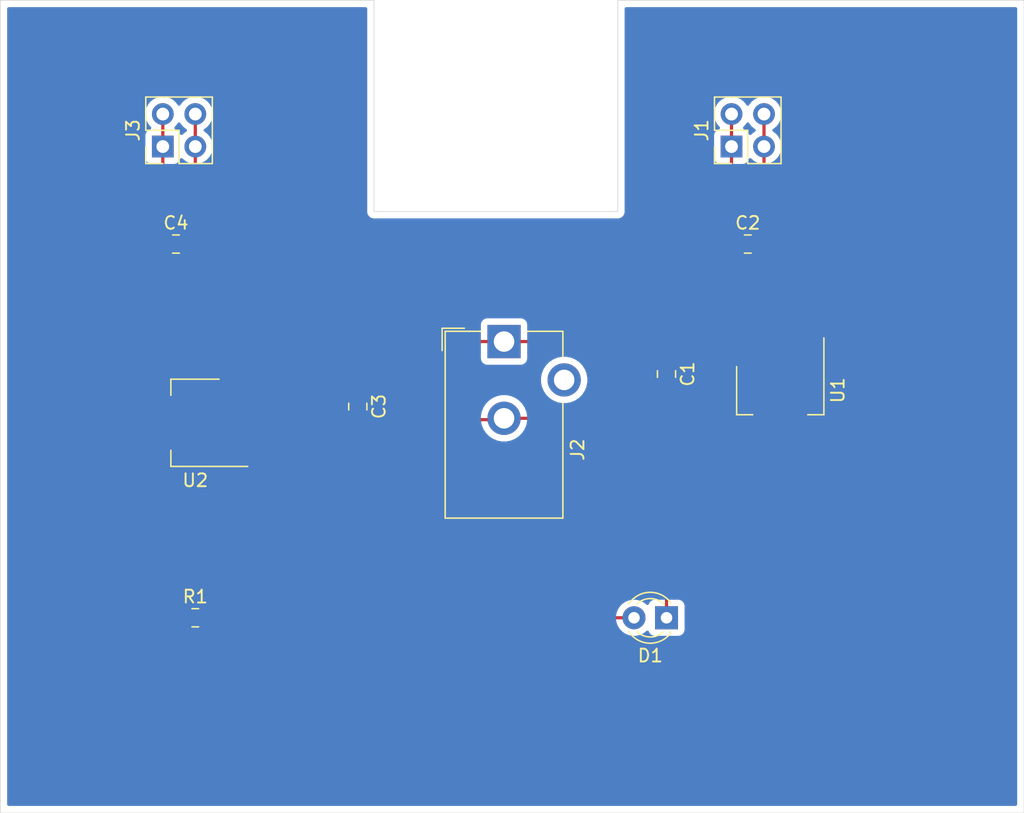
<source format=kicad_pcb>
(kicad_pcb (version 20171130) (host pcbnew 5.1.4+dfsg1-1)

  (general
    (thickness 1.6)
    (drawings 8)
    (tracks 55)
    (zones 0)
    (modules 11)
    (nets 6)
  )

  (page A4)
  (layers
    (0 F.Cu signal)
    (31 B.Cu signal)
    (32 B.Adhes user)
    (33 F.Adhes user)
    (34 B.Paste user)
    (35 F.Paste user)
    (36 B.SilkS user)
    (37 F.SilkS user)
    (38 B.Mask user)
    (39 F.Mask user)
    (40 Dwgs.User user)
    (41 Cmts.User user)
    (42 Eco1.User user)
    (43 Eco2.User user)
    (44 Edge.Cuts user)
    (45 Margin user)
    (46 B.CrtYd user)
    (47 F.CrtYd user)
    (48 B.Fab user)
    (49 F.Fab user)
  )

  (setup
    (last_trace_width 0.25)
    (trace_clearance 0.2)
    (zone_clearance 0.508)
    (zone_45_only no)
    (trace_min 0.2)
    (via_size 0.8)
    (via_drill 0.4)
    (via_min_size 0.4)
    (via_min_drill 0.3)
    (uvia_size 0.3)
    (uvia_drill 0.1)
    (uvias_allowed no)
    (uvia_min_size 0.2)
    (uvia_min_drill 0.1)
    (edge_width 0.05)
    (segment_width 0.2)
    (pcb_text_width 0.3)
    (pcb_text_size 1.5 1.5)
    (mod_edge_width 0.12)
    (mod_text_size 1 1)
    (mod_text_width 0.15)
    (pad_size 1.524 1.524)
    (pad_drill 0.762)
    (pad_to_mask_clearance 0.051)
    (solder_mask_min_width 0.25)
    (aux_axis_origin 0 0)
    (visible_elements FFFFFF7F)
    (pcbplotparams
      (layerselection 0x010fc_ffffffff)
      (usegerberextensions false)
      (usegerberattributes false)
      (usegerberadvancedattributes false)
      (creategerberjobfile false)
      (excludeedgelayer true)
      (linewidth 0.100000)
      (plotframeref false)
      (viasonmask false)
      (mode 1)
      (useauxorigin false)
      (hpglpennumber 1)
      (hpglpenspeed 20)
      (hpglpendiameter 15.000000)
      (psnegative false)
      (psa4output false)
      (plotreference true)
      (plotvalue true)
      (plotinvisibletext false)
      (padsonsilk false)
      (subtractmaskfromsilk false)
      (outputformat 1)
      (mirror false)
      (drillshape 1)
      (scaleselection 1)
      (outputdirectory ""))
  )

  (net 0 "")
  (net 1 "Net-(C1-Pad1)")
  (net 2 GND)
  (net 3 "Net-(C2-Pad1)")
  (net 4 "Net-(C4-Pad1)")
  (net 5 "Net-(D1-Pad2)")

  (net_class Default "This is the default net class."
    (clearance 0.2)
    (trace_width 0.25)
    (via_dia 0.8)
    (via_drill 0.4)
    (uvia_dia 0.3)
    (uvia_drill 0.1)
    (add_net GND)
    (add_net "Net-(C1-Pad1)")
    (add_net "Net-(C2-Pad1)")
    (add_net "Net-(C4-Pad1)")
    (add_net "Net-(D1-Pad2)")
  )

  (module Capacitor_SMD:C_0805_2012Metric_Pad1.15x1.40mm_HandSolder (layer F.Cu) (tedit 5B36C52B) (tstamp 5E3D8729)
    (at 99.06 50.8 270)
    (descr "Capacitor SMD 0805 (2012 Metric), square (rectangular) end terminal, IPC_7351 nominal with elongated pad for handsoldering. (Body size source: https://docs.google.com/spreadsheets/d/1BsfQQcO9C6DZCsRaXUlFlo91Tg2WpOkGARC1WS5S8t0/edit?usp=sharing), generated with kicad-footprint-generator")
    (tags "capacitor handsolder")
    (path /5E346A72)
    (attr smd)
    (fp_text reference C1 (at 0 -1.65 90) (layer F.SilkS)
      (effects (font (size 1 1) (thickness 0.15)))
    )
    (fp_text value 10uf (at 0 1.65 90) (layer F.Fab)
      (effects (font (size 1 1) (thickness 0.15)))
    )
    (fp_line (start -1 0.6) (end -1 -0.6) (layer F.Fab) (width 0.1))
    (fp_line (start -1 -0.6) (end 1 -0.6) (layer F.Fab) (width 0.1))
    (fp_line (start 1 -0.6) (end 1 0.6) (layer F.Fab) (width 0.1))
    (fp_line (start 1 0.6) (end -1 0.6) (layer F.Fab) (width 0.1))
    (fp_line (start -0.261252 -0.71) (end 0.261252 -0.71) (layer F.SilkS) (width 0.12))
    (fp_line (start -0.261252 0.71) (end 0.261252 0.71) (layer F.SilkS) (width 0.12))
    (fp_line (start -1.85 0.95) (end -1.85 -0.95) (layer F.CrtYd) (width 0.05))
    (fp_line (start -1.85 -0.95) (end 1.85 -0.95) (layer F.CrtYd) (width 0.05))
    (fp_line (start 1.85 -0.95) (end 1.85 0.95) (layer F.CrtYd) (width 0.05))
    (fp_line (start 1.85 0.95) (end -1.85 0.95) (layer F.CrtYd) (width 0.05))
    (fp_text user %R (at 0 0 90) (layer F.Fab)
      (effects (font (size 0.5 0.5) (thickness 0.08)))
    )
    (pad 1 smd roundrect (at -1.025 0 270) (size 1.15 1.4) (layers F.Cu F.Paste F.Mask) (roundrect_rratio 0.217391)
      (net 1 "Net-(C1-Pad1)"))
    (pad 2 smd roundrect (at 1.025 0 270) (size 1.15 1.4) (layers F.Cu F.Paste F.Mask) (roundrect_rratio 0.217391)
      (net 2 GND))
    (model ${KISYS3DMOD}/Capacitor_SMD.3dshapes/C_0805_2012Metric.wrl
      (at (xyz 0 0 0))
      (scale (xyz 1 1 1))
      (rotate (xyz 0 0 0))
    )
  )

  (module Capacitor_SMD:C_0805_2012Metric_Pad1.15x1.40mm_HandSolder (layer F.Cu) (tedit 5B36C52B) (tstamp 5E3D873A)
    (at 105.41 40.64)
    (descr "Capacitor SMD 0805 (2012 Metric), square (rectangular) end terminal, IPC_7351 nominal with elongated pad for handsoldering. (Body size source: https://docs.google.com/spreadsheets/d/1BsfQQcO9C6DZCsRaXUlFlo91Tg2WpOkGARC1WS5S8t0/edit?usp=sharing), generated with kicad-footprint-generator")
    (tags "capacitor handsolder")
    (path /5E346E4F)
    (attr smd)
    (fp_text reference C2 (at 0 -1.65) (layer F.SilkS)
      (effects (font (size 1 1) (thickness 0.15)))
    )
    (fp_text value 22uf (at 0 1.65) (layer F.Fab)
      (effects (font (size 1 1) (thickness 0.15)))
    )
    (fp_text user %R (at 0 0) (layer F.Fab)
      (effects (font (size 0.5 0.5) (thickness 0.08)))
    )
    (fp_line (start 1.85 0.95) (end -1.85 0.95) (layer F.CrtYd) (width 0.05))
    (fp_line (start 1.85 -0.95) (end 1.85 0.95) (layer F.CrtYd) (width 0.05))
    (fp_line (start -1.85 -0.95) (end 1.85 -0.95) (layer F.CrtYd) (width 0.05))
    (fp_line (start -1.85 0.95) (end -1.85 -0.95) (layer F.CrtYd) (width 0.05))
    (fp_line (start -0.261252 0.71) (end 0.261252 0.71) (layer F.SilkS) (width 0.12))
    (fp_line (start -0.261252 -0.71) (end 0.261252 -0.71) (layer F.SilkS) (width 0.12))
    (fp_line (start 1 0.6) (end -1 0.6) (layer F.Fab) (width 0.1))
    (fp_line (start 1 -0.6) (end 1 0.6) (layer F.Fab) (width 0.1))
    (fp_line (start -1 -0.6) (end 1 -0.6) (layer F.Fab) (width 0.1))
    (fp_line (start -1 0.6) (end -1 -0.6) (layer F.Fab) (width 0.1))
    (pad 2 smd roundrect (at 1.025 0) (size 1.15 1.4) (layers F.Cu F.Paste F.Mask) (roundrect_rratio 0.217391)
      (net 2 GND))
    (pad 1 smd roundrect (at -1.025 0) (size 1.15 1.4) (layers F.Cu F.Paste F.Mask) (roundrect_rratio 0.217391)
      (net 3 "Net-(C2-Pad1)"))
    (model ${KISYS3DMOD}/Capacitor_SMD.3dshapes/C_0805_2012Metric.wrl
      (at (xyz 0 0 0))
      (scale (xyz 1 1 1))
      (rotate (xyz 0 0 0))
    )
  )

  (module Capacitor_SMD:C_0805_2012Metric_Pad1.15x1.40mm_HandSolder (layer F.Cu) (tedit 5B36C52B) (tstamp 5E3D874B)
    (at 74.93 53.34 270)
    (descr "Capacitor SMD 0805 (2012 Metric), square (rectangular) end terminal, IPC_7351 nominal with elongated pad for handsoldering. (Body size source: https://docs.google.com/spreadsheets/d/1BsfQQcO9C6DZCsRaXUlFlo91Tg2WpOkGARC1WS5S8t0/edit?usp=sharing), generated with kicad-footprint-generator")
    (tags "capacitor handsolder")
    (path /5E35EE23)
    (attr smd)
    (fp_text reference C3 (at 0 -1.65 90) (layer F.SilkS)
      (effects (font (size 1 1) (thickness 0.15)))
    )
    (fp_text value 10uf (at 0 1.65 90) (layer F.Fab)
      (effects (font (size 1 1) (thickness 0.15)))
    )
    (fp_line (start -1 0.6) (end -1 -0.6) (layer F.Fab) (width 0.1))
    (fp_line (start -1 -0.6) (end 1 -0.6) (layer F.Fab) (width 0.1))
    (fp_line (start 1 -0.6) (end 1 0.6) (layer F.Fab) (width 0.1))
    (fp_line (start 1 0.6) (end -1 0.6) (layer F.Fab) (width 0.1))
    (fp_line (start -0.261252 -0.71) (end 0.261252 -0.71) (layer F.SilkS) (width 0.12))
    (fp_line (start -0.261252 0.71) (end 0.261252 0.71) (layer F.SilkS) (width 0.12))
    (fp_line (start -1.85 0.95) (end -1.85 -0.95) (layer F.CrtYd) (width 0.05))
    (fp_line (start -1.85 -0.95) (end 1.85 -0.95) (layer F.CrtYd) (width 0.05))
    (fp_line (start 1.85 -0.95) (end 1.85 0.95) (layer F.CrtYd) (width 0.05))
    (fp_line (start 1.85 0.95) (end -1.85 0.95) (layer F.CrtYd) (width 0.05))
    (fp_text user %R (at 0 0 90) (layer F.Fab)
      (effects (font (size 0.5 0.5) (thickness 0.08)))
    )
    (pad 1 smd roundrect (at -1.025 0 270) (size 1.15 1.4) (layers F.Cu F.Paste F.Mask) (roundrect_rratio 0.217391)
      (net 1 "Net-(C1-Pad1)"))
    (pad 2 smd roundrect (at 1.025 0 270) (size 1.15 1.4) (layers F.Cu F.Paste F.Mask) (roundrect_rratio 0.217391)
      (net 2 GND))
    (model ${KISYS3DMOD}/Capacitor_SMD.3dshapes/C_0805_2012Metric.wrl
      (at (xyz 0 0 0))
      (scale (xyz 1 1 1))
      (rotate (xyz 0 0 0))
    )
  )

  (module Capacitor_SMD:C_0805_2012Metric_Pad1.15x1.40mm_HandSolder (layer F.Cu) (tedit 5B36C52B) (tstamp 5E3D875C)
    (at 60.715 40.64)
    (descr "Capacitor SMD 0805 (2012 Metric), square (rectangular) end terminal, IPC_7351 nominal with elongated pad for handsoldering. (Body size source: https://docs.google.com/spreadsheets/d/1BsfQQcO9C6DZCsRaXUlFlo91Tg2WpOkGARC1WS5S8t0/edit?usp=sharing), generated with kicad-footprint-generator")
    (tags "capacitor handsolder")
    (path /5E35EE2D)
    (attr smd)
    (fp_text reference C4 (at 0 -1.65) (layer F.SilkS)
      (effects (font (size 1 1) (thickness 0.15)))
    )
    (fp_text value 22uf (at 0 1.65) (layer F.Fab)
      (effects (font (size 1 1) (thickness 0.15)))
    )
    (fp_text user %R (at 0 0) (layer F.Fab)
      (effects (font (size 0.5 0.5) (thickness 0.08)))
    )
    (fp_line (start 1.85 0.95) (end -1.85 0.95) (layer F.CrtYd) (width 0.05))
    (fp_line (start 1.85 -0.95) (end 1.85 0.95) (layer F.CrtYd) (width 0.05))
    (fp_line (start -1.85 -0.95) (end 1.85 -0.95) (layer F.CrtYd) (width 0.05))
    (fp_line (start -1.85 0.95) (end -1.85 -0.95) (layer F.CrtYd) (width 0.05))
    (fp_line (start -0.261252 0.71) (end 0.261252 0.71) (layer F.SilkS) (width 0.12))
    (fp_line (start -0.261252 -0.71) (end 0.261252 -0.71) (layer F.SilkS) (width 0.12))
    (fp_line (start 1 0.6) (end -1 0.6) (layer F.Fab) (width 0.1))
    (fp_line (start 1 -0.6) (end 1 0.6) (layer F.Fab) (width 0.1))
    (fp_line (start -1 -0.6) (end 1 -0.6) (layer F.Fab) (width 0.1))
    (fp_line (start -1 0.6) (end -1 -0.6) (layer F.Fab) (width 0.1))
    (pad 2 smd roundrect (at 1.025 0) (size 1.15 1.4) (layers F.Cu F.Paste F.Mask) (roundrect_rratio 0.217391)
      (net 2 GND))
    (pad 1 smd roundrect (at -1.025 0) (size 1.15 1.4) (layers F.Cu F.Paste F.Mask) (roundrect_rratio 0.217391)
      (net 4 "Net-(C4-Pad1)"))
    (model ${KISYS3DMOD}/Capacitor_SMD.3dshapes/C_0805_2012Metric.wrl
      (at (xyz 0 0 0))
      (scale (xyz 1 1 1))
      (rotate (xyz 0 0 0))
    )
  )

  (module LED_THT:LED_D3.0mm (layer F.Cu) (tedit 587A3A7B) (tstamp 5E3D876F)
    (at 99.06 69.85 180)
    (descr "LED, diameter 3.0mm, 2 pins")
    (tags "LED diameter 3.0mm 2 pins")
    (path /5E374758)
    (fp_text reference D1 (at 1.27 -2.96) (layer F.SilkS)
      (effects (font (size 1 1) (thickness 0.15)))
    )
    (fp_text value LED (at 1.27 2.96) (layer F.Fab)
      (effects (font (size 1 1) (thickness 0.15)))
    )
    (fp_arc (start 1.27 0) (end -0.23 -1.16619) (angle 284.3) (layer F.Fab) (width 0.1))
    (fp_arc (start 1.27 0) (end -0.29 -1.235516) (angle 108.8) (layer F.SilkS) (width 0.12))
    (fp_arc (start 1.27 0) (end -0.29 1.235516) (angle -108.8) (layer F.SilkS) (width 0.12))
    (fp_arc (start 1.27 0) (end 0.229039 -1.08) (angle 87.9) (layer F.SilkS) (width 0.12))
    (fp_arc (start 1.27 0) (end 0.229039 1.08) (angle -87.9) (layer F.SilkS) (width 0.12))
    (fp_circle (center 1.27 0) (end 2.77 0) (layer F.Fab) (width 0.1))
    (fp_line (start -0.23 -1.16619) (end -0.23 1.16619) (layer F.Fab) (width 0.1))
    (fp_line (start -0.29 -1.236) (end -0.29 -1.08) (layer F.SilkS) (width 0.12))
    (fp_line (start -0.29 1.08) (end -0.29 1.236) (layer F.SilkS) (width 0.12))
    (fp_line (start -1.15 -2.25) (end -1.15 2.25) (layer F.CrtYd) (width 0.05))
    (fp_line (start -1.15 2.25) (end 3.7 2.25) (layer F.CrtYd) (width 0.05))
    (fp_line (start 3.7 2.25) (end 3.7 -2.25) (layer F.CrtYd) (width 0.05))
    (fp_line (start 3.7 -2.25) (end -1.15 -2.25) (layer F.CrtYd) (width 0.05))
    (pad 1 thru_hole rect (at 0 0 180) (size 1.8 1.8) (drill 0.9) (layers *.Cu *.Mask)
      (net 2 GND))
    (pad 2 thru_hole circle (at 2.54 0 180) (size 1.8 1.8) (drill 0.9) (layers *.Cu *.Mask)
      (net 5 "Net-(D1-Pad2)"))
    (model ${KISYS3DMOD}/LED_THT.3dshapes/LED_D3.0mm.wrl
      (at (xyz 0 0 0))
      (scale (xyz 1 1 1))
      (rotate (xyz 0 0 0))
    )
  )

  (module Connector_PinHeader_2.54mm:PinHeader_2x02_P2.54mm_Vertical (layer F.Cu) (tedit 59FED5CC) (tstamp 5E3D8789)
    (at 104.14 33.02 90)
    (descr "Through hole straight pin header, 2x02, 2.54mm pitch, double rows")
    (tags "Through hole pin header THT 2x02 2.54mm double row")
    (path /5E3830BD)
    (fp_text reference J1 (at 1.27 -2.33 90) (layer F.SilkS)
      (effects (font (size 1 1) (thickness 0.15)))
    )
    (fp_text value Conn_02x02_Odd_Even (at 1.27 4.87 90) (layer F.Fab)
      (effects (font (size 1 1) (thickness 0.15)))
    )
    (fp_line (start 0 -1.27) (end 3.81 -1.27) (layer F.Fab) (width 0.1))
    (fp_line (start 3.81 -1.27) (end 3.81 3.81) (layer F.Fab) (width 0.1))
    (fp_line (start 3.81 3.81) (end -1.27 3.81) (layer F.Fab) (width 0.1))
    (fp_line (start -1.27 3.81) (end -1.27 0) (layer F.Fab) (width 0.1))
    (fp_line (start -1.27 0) (end 0 -1.27) (layer F.Fab) (width 0.1))
    (fp_line (start -1.33 3.87) (end 3.87 3.87) (layer F.SilkS) (width 0.12))
    (fp_line (start -1.33 1.27) (end -1.33 3.87) (layer F.SilkS) (width 0.12))
    (fp_line (start 3.87 -1.33) (end 3.87 3.87) (layer F.SilkS) (width 0.12))
    (fp_line (start -1.33 1.27) (end 1.27 1.27) (layer F.SilkS) (width 0.12))
    (fp_line (start 1.27 1.27) (end 1.27 -1.33) (layer F.SilkS) (width 0.12))
    (fp_line (start 1.27 -1.33) (end 3.87 -1.33) (layer F.SilkS) (width 0.12))
    (fp_line (start -1.33 0) (end -1.33 -1.33) (layer F.SilkS) (width 0.12))
    (fp_line (start -1.33 -1.33) (end 0 -1.33) (layer F.SilkS) (width 0.12))
    (fp_line (start -1.8 -1.8) (end -1.8 4.35) (layer F.CrtYd) (width 0.05))
    (fp_line (start -1.8 4.35) (end 4.35 4.35) (layer F.CrtYd) (width 0.05))
    (fp_line (start 4.35 4.35) (end 4.35 -1.8) (layer F.CrtYd) (width 0.05))
    (fp_line (start 4.35 -1.8) (end -1.8 -1.8) (layer F.CrtYd) (width 0.05))
    (fp_text user %R (at 1.27 1.27) (layer F.Fab)
      (effects (font (size 1 1) (thickness 0.15)))
    )
    (pad 1 thru_hole rect (at 0 0 90) (size 1.7 1.7) (drill 1) (layers *.Cu *.Mask)
      (net 3 "Net-(C2-Pad1)"))
    (pad 2 thru_hole oval (at 2.54 0 90) (size 1.7 1.7) (drill 1) (layers *.Cu *.Mask)
      (net 3 "Net-(C2-Pad1)"))
    (pad 3 thru_hole oval (at 0 2.54 90) (size 1.7 1.7) (drill 1) (layers *.Cu *.Mask)
      (net 2 GND))
    (pad 4 thru_hole oval (at 2.54 2.54 90) (size 1.7 1.7) (drill 1) (layers *.Cu *.Mask)
      (net 2 GND))
    (model ${KISYS3DMOD}/Connector_PinHeader_2.54mm.3dshapes/PinHeader_2x02_P2.54mm_Vertical.wrl
      (at (xyz 0 0 0))
      (scale (xyz 1 1 1))
      (rotate (xyz 0 0 0))
    )
  )

  (module Connector_BarrelJack:BarrelJack_CUI_PJ-102AH_Horizontal (layer F.Cu) (tedit 5A1DBF38) (tstamp 5E3D87AB)
    (at 86.36 48.26)
    (descr "Thin-pin DC Barrel Jack, https://cdn-shop.adafruit.com/datasheets/21mmdcjackDatasheet.pdf")
    (tags "Power Jack")
    (path /5E34633F)
    (fp_text reference J2 (at 5.75 8.45 90) (layer F.SilkS)
      (effects (font (size 1 1) (thickness 0.15)))
    )
    (fp_text value Barrel_Jack (at -5.5 6.2 90) (layer F.Fab)
      (effects (font (size 1 1) (thickness 0.15)))
    )
    (fp_text user %R (at 0 6.5) (layer F.Fab)
      (effects (font (size 1 1) (thickness 0.15)))
    )
    (fp_line (start 1.8 -1.8) (end 1.8 -1.2) (layer F.CrtYd) (width 0.05))
    (fp_line (start 1.8 -1.2) (end 5 -1.2) (layer F.CrtYd) (width 0.05))
    (fp_line (start 5 -1.2) (end 5 1.2) (layer F.CrtYd) (width 0.05))
    (fp_line (start 5 1.2) (end 6.5 1.2) (layer F.CrtYd) (width 0.05))
    (fp_line (start 6.5 1.2) (end 6.5 4.8) (layer F.CrtYd) (width 0.05))
    (fp_line (start 6.5 4.8) (end 5 4.8) (layer F.CrtYd) (width 0.05))
    (fp_line (start 5 4.8) (end 5 14.2) (layer F.CrtYd) (width 0.05))
    (fp_line (start 5 14.2) (end -5 14.2) (layer F.CrtYd) (width 0.05))
    (fp_line (start -5 14.2) (end -5 -1.2) (layer F.CrtYd) (width 0.05))
    (fp_line (start -5 -1.2) (end -1.8 -1.2) (layer F.CrtYd) (width 0.05))
    (fp_line (start -1.8 -1.2) (end -1.8 -1.8) (layer F.CrtYd) (width 0.05))
    (fp_line (start -1.8 -1.8) (end 1.8 -1.8) (layer F.CrtYd) (width 0.05))
    (fp_line (start 4.6 4.8) (end 4.6 13.8) (layer F.SilkS) (width 0.12))
    (fp_line (start 4.6 13.8) (end -4.6 13.8) (layer F.SilkS) (width 0.12))
    (fp_line (start -4.6 13.8) (end -4.6 -0.8) (layer F.SilkS) (width 0.12))
    (fp_line (start -4.6 -0.8) (end -1.8 -0.8) (layer F.SilkS) (width 0.12))
    (fp_line (start 1.8 -0.8) (end 4.6 -0.8) (layer F.SilkS) (width 0.12))
    (fp_line (start 4.6 -0.8) (end 4.6 1.2) (layer F.SilkS) (width 0.12))
    (fp_line (start -4.84 0.7) (end -4.84 -1.04) (layer F.SilkS) (width 0.12))
    (fp_line (start -4.84 -1.04) (end -3.1 -1.04) (layer F.SilkS) (width 0.12))
    (fp_line (start 4.5 -0.7) (end 4.5 13.7) (layer F.Fab) (width 0.1))
    (fp_line (start 4.5 13.7) (end -4.5 13.7) (layer F.Fab) (width 0.1))
    (fp_line (start -4.5 13.7) (end -4.5 0.3) (layer F.Fab) (width 0.1))
    (fp_line (start -4.5 0.3) (end -3.5 -0.7) (layer F.Fab) (width 0.1))
    (fp_line (start -3.5 -0.7) (end 4.5 -0.7) (layer F.Fab) (width 0.1))
    (fp_line (start -4.5 10.2) (end 4.5 10.2) (layer F.Fab) (width 0.1))
    (pad 1 thru_hole rect (at 0 0) (size 2.6 2.6) (drill 1.6) (layers *.Cu *.Mask)
      (net 1 "Net-(C1-Pad1)"))
    (pad 2 thru_hole circle (at 0 6) (size 2.6 2.6) (drill 1.6) (layers *.Cu *.Mask)
      (net 2 GND))
    (pad 3 thru_hole circle (at 4.7 3) (size 2.6 2.6) (drill 1.6) (layers *.Cu *.Mask))
    (model ${KISYS3DMOD}/Connector_BarrelJack.3dshapes/BarrelJack_CUI_PJ-102AH_Horizontal.wrl
      (at (xyz 0 0 0))
      (scale (xyz 1 1 1))
      (rotate (xyz 0 0 0))
    )
  )

  (module Connector_PinHeader_2.54mm:PinHeader_2x02_P2.54mm_Vertical (layer F.Cu) (tedit 59FED5CC) (tstamp 5E3D87C5)
    (at 59.69 33.02 90)
    (descr "Through hole straight pin header, 2x02, 2.54mm pitch, double rows")
    (tags "Through hole pin header THT 2x02 2.54mm double row")
    (path /5E38906C)
    (fp_text reference J3 (at 1.27 -2.33 90) (layer F.SilkS)
      (effects (font (size 1 1) (thickness 0.15)))
    )
    (fp_text value Conn_02x02_Odd_Even (at 1.27 4.87 90) (layer F.Fab)
      (effects (font (size 1 1) (thickness 0.15)))
    )
    (fp_text user %R (at 1.27 1.27) (layer F.Fab)
      (effects (font (size 1 1) (thickness 0.15)))
    )
    (fp_line (start 4.35 -1.8) (end -1.8 -1.8) (layer F.CrtYd) (width 0.05))
    (fp_line (start 4.35 4.35) (end 4.35 -1.8) (layer F.CrtYd) (width 0.05))
    (fp_line (start -1.8 4.35) (end 4.35 4.35) (layer F.CrtYd) (width 0.05))
    (fp_line (start -1.8 -1.8) (end -1.8 4.35) (layer F.CrtYd) (width 0.05))
    (fp_line (start -1.33 -1.33) (end 0 -1.33) (layer F.SilkS) (width 0.12))
    (fp_line (start -1.33 0) (end -1.33 -1.33) (layer F.SilkS) (width 0.12))
    (fp_line (start 1.27 -1.33) (end 3.87 -1.33) (layer F.SilkS) (width 0.12))
    (fp_line (start 1.27 1.27) (end 1.27 -1.33) (layer F.SilkS) (width 0.12))
    (fp_line (start -1.33 1.27) (end 1.27 1.27) (layer F.SilkS) (width 0.12))
    (fp_line (start 3.87 -1.33) (end 3.87 3.87) (layer F.SilkS) (width 0.12))
    (fp_line (start -1.33 1.27) (end -1.33 3.87) (layer F.SilkS) (width 0.12))
    (fp_line (start -1.33 3.87) (end 3.87 3.87) (layer F.SilkS) (width 0.12))
    (fp_line (start -1.27 0) (end 0 -1.27) (layer F.Fab) (width 0.1))
    (fp_line (start -1.27 3.81) (end -1.27 0) (layer F.Fab) (width 0.1))
    (fp_line (start 3.81 3.81) (end -1.27 3.81) (layer F.Fab) (width 0.1))
    (fp_line (start 3.81 -1.27) (end 3.81 3.81) (layer F.Fab) (width 0.1))
    (fp_line (start 0 -1.27) (end 3.81 -1.27) (layer F.Fab) (width 0.1))
    (pad 4 thru_hole oval (at 2.54 2.54 90) (size 1.7 1.7) (drill 1) (layers *.Cu *.Mask)
      (net 2 GND))
    (pad 3 thru_hole oval (at 0 2.54 90) (size 1.7 1.7) (drill 1) (layers *.Cu *.Mask)
      (net 2 GND))
    (pad 2 thru_hole oval (at 2.54 0 90) (size 1.7 1.7) (drill 1) (layers *.Cu *.Mask)
      (net 4 "Net-(C4-Pad1)"))
    (pad 1 thru_hole rect (at 0 0 90) (size 1.7 1.7) (drill 1) (layers *.Cu *.Mask)
      (net 4 "Net-(C4-Pad1)"))
    (model ${KISYS3DMOD}/Connector_PinHeader_2.54mm.3dshapes/PinHeader_2x02_P2.54mm_Vertical.wrl
      (at (xyz 0 0 0))
      (scale (xyz 1 1 1))
      (rotate (xyz 0 0 0))
    )
  )

  (module Resistor_SMD:R_0805_2012Metric_Pad1.15x1.40mm_HandSolder (layer F.Cu) (tedit 5B36C52B) (tstamp 5E3D87D6)
    (at 62.23 69.85)
    (descr "Resistor SMD 0805 (2012 Metric), square (rectangular) end terminal, IPC_7351 nominal with elongated pad for handsoldering. (Body size source: https://docs.google.com/spreadsheets/d/1BsfQQcO9C6DZCsRaXUlFlo91Tg2WpOkGARC1WS5S8t0/edit?usp=sharing), generated with kicad-footprint-generator")
    (tags "resistor handsolder")
    (path /5E36F374)
    (attr smd)
    (fp_text reference R1 (at 0 -1.65) (layer F.SilkS)
      (effects (font (size 1 1) (thickness 0.15)))
    )
    (fp_text value 1k (at 0 1.65) (layer F.Fab)
      (effects (font (size 1 1) (thickness 0.15)))
    )
    (fp_line (start -1 0.6) (end -1 -0.6) (layer F.Fab) (width 0.1))
    (fp_line (start -1 -0.6) (end 1 -0.6) (layer F.Fab) (width 0.1))
    (fp_line (start 1 -0.6) (end 1 0.6) (layer F.Fab) (width 0.1))
    (fp_line (start 1 0.6) (end -1 0.6) (layer F.Fab) (width 0.1))
    (fp_line (start -0.261252 -0.71) (end 0.261252 -0.71) (layer F.SilkS) (width 0.12))
    (fp_line (start -0.261252 0.71) (end 0.261252 0.71) (layer F.SilkS) (width 0.12))
    (fp_line (start -1.85 0.95) (end -1.85 -0.95) (layer F.CrtYd) (width 0.05))
    (fp_line (start -1.85 -0.95) (end 1.85 -0.95) (layer F.CrtYd) (width 0.05))
    (fp_line (start 1.85 -0.95) (end 1.85 0.95) (layer F.CrtYd) (width 0.05))
    (fp_line (start 1.85 0.95) (end -1.85 0.95) (layer F.CrtYd) (width 0.05))
    (fp_text user %R (at 0 0) (layer F.Fab)
      (effects (font (size 0.5 0.5) (thickness 0.08)))
    )
    (pad 1 smd roundrect (at -1.025 0) (size 1.15 1.4) (layers F.Cu F.Paste F.Mask) (roundrect_rratio 0.217391)
      (net 4 "Net-(C4-Pad1)"))
    (pad 2 smd roundrect (at 1.025 0) (size 1.15 1.4) (layers F.Cu F.Paste F.Mask) (roundrect_rratio 0.217391)
      (net 5 "Net-(D1-Pad2)"))
    (model ${KISYS3DMOD}/Resistor_SMD.3dshapes/R_0805_2012Metric.wrl
      (at (xyz 0 0 0))
      (scale (xyz 1 1 1))
      (rotate (xyz 0 0 0))
    )
  )

  (module Package_TO_SOT_SMD:SOT-223-3_TabPin2 (layer F.Cu) (tedit 5A02FF57) (tstamp 5E3D87EC)
    (at 107.95 52.07 270)
    (descr "module CMS SOT223 4 pins")
    (tags "CMS SOT")
    (path /5E3473F5)
    (attr smd)
    (fp_text reference U1 (at 0 -4.5 90) (layer F.SilkS)
      (effects (font (size 1 1) (thickness 0.15)))
    )
    (fp_text value AZ1117-3.3 (at 0 4.5 90) (layer F.Fab)
      (effects (font (size 1 1) (thickness 0.15)))
    )
    (fp_text user %R (at 0 0) (layer F.Fab)
      (effects (font (size 0.8 0.8) (thickness 0.12)))
    )
    (fp_line (start 1.91 3.41) (end 1.91 2.15) (layer F.SilkS) (width 0.12))
    (fp_line (start 1.91 -3.41) (end 1.91 -2.15) (layer F.SilkS) (width 0.12))
    (fp_line (start 4.4 -3.6) (end -4.4 -3.6) (layer F.CrtYd) (width 0.05))
    (fp_line (start 4.4 3.6) (end 4.4 -3.6) (layer F.CrtYd) (width 0.05))
    (fp_line (start -4.4 3.6) (end 4.4 3.6) (layer F.CrtYd) (width 0.05))
    (fp_line (start -4.4 -3.6) (end -4.4 3.6) (layer F.CrtYd) (width 0.05))
    (fp_line (start -1.85 -2.35) (end -0.85 -3.35) (layer F.Fab) (width 0.1))
    (fp_line (start -1.85 -2.35) (end -1.85 3.35) (layer F.Fab) (width 0.1))
    (fp_line (start -1.85 3.41) (end 1.91 3.41) (layer F.SilkS) (width 0.12))
    (fp_line (start -0.85 -3.35) (end 1.85 -3.35) (layer F.Fab) (width 0.1))
    (fp_line (start -4.1 -3.41) (end 1.91 -3.41) (layer F.SilkS) (width 0.12))
    (fp_line (start -1.85 3.35) (end 1.85 3.35) (layer F.Fab) (width 0.1))
    (fp_line (start 1.85 -3.35) (end 1.85 3.35) (layer F.Fab) (width 0.1))
    (pad 2 smd rect (at 3.15 0 270) (size 2 3.8) (layers F.Cu F.Paste F.Mask)
      (net 3 "Net-(C2-Pad1)"))
    (pad 2 smd rect (at -3.15 0 270) (size 2 1.5) (layers F.Cu F.Paste F.Mask)
      (net 3 "Net-(C2-Pad1)"))
    (pad 3 smd rect (at -3.15 2.3 270) (size 2 1.5) (layers F.Cu F.Paste F.Mask)
      (net 1 "Net-(C1-Pad1)"))
    (pad 1 smd rect (at -3.15 -2.3 270) (size 2 1.5) (layers F.Cu F.Paste F.Mask)
      (net 2 GND))
    (model ${KISYS3DMOD}/Package_TO_SOT_SMD.3dshapes/SOT-223.wrl
      (at (xyz 0 0 0))
      (scale (xyz 1 1 1))
      (rotate (xyz 0 0 0))
    )
  )

  (module Package_TO_SOT_SMD:SOT-223-3_TabPin2 (layer F.Cu) (tedit 5A02FF57) (tstamp 5E3D8802)
    (at 62.23 54.61 180)
    (descr "module CMS SOT223 4 pins")
    (tags "CMS SOT")
    (path /5E36A980)
    (attr smd)
    (fp_text reference U2 (at 0 -4.5) (layer F.SilkS)
      (effects (font (size 1 1) (thickness 0.15)))
    )
    (fp_text value AZ1117-5.0 (at 0 4.5) (layer F.Fab)
      (effects (font (size 1 1) (thickness 0.15)))
    )
    (fp_line (start 1.85 -3.35) (end 1.85 3.35) (layer F.Fab) (width 0.1))
    (fp_line (start -1.85 3.35) (end 1.85 3.35) (layer F.Fab) (width 0.1))
    (fp_line (start -4.1 -3.41) (end 1.91 -3.41) (layer F.SilkS) (width 0.12))
    (fp_line (start -0.85 -3.35) (end 1.85 -3.35) (layer F.Fab) (width 0.1))
    (fp_line (start -1.85 3.41) (end 1.91 3.41) (layer F.SilkS) (width 0.12))
    (fp_line (start -1.85 -2.35) (end -1.85 3.35) (layer F.Fab) (width 0.1))
    (fp_line (start -1.85 -2.35) (end -0.85 -3.35) (layer F.Fab) (width 0.1))
    (fp_line (start -4.4 -3.6) (end -4.4 3.6) (layer F.CrtYd) (width 0.05))
    (fp_line (start -4.4 3.6) (end 4.4 3.6) (layer F.CrtYd) (width 0.05))
    (fp_line (start 4.4 3.6) (end 4.4 -3.6) (layer F.CrtYd) (width 0.05))
    (fp_line (start 4.4 -3.6) (end -4.4 -3.6) (layer F.CrtYd) (width 0.05))
    (fp_line (start 1.91 -3.41) (end 1.91 -2.15) (layer F.SilkS) (width 0.12))
    (fp_line (start 1.91 3.41) (end 1.91 2.15) (layer F.SilkS) (width 0.12))
    (fp_text user %R (at 0 0 90) (layer F.Fab)
      (effects (font (size 0.8 0.8) (thickness 0.12)))
    )
    (pad 1 smd rect (at -3.15 -2.3 180) (size 2 1.5) (layers F.Cu F.Paste F.Mask)
      (net 2 GND))
    (pad 3 smd rect (at -3.15 2.3 180) (size 2 1.5) (layers F.Cu F.Paste F.Mask)
      (net 1 "Net-(C1-Pad1)"))
    (pad 2 smd rect (at -3.15 0 180) (size 2 1.5) (layers F.Cu F.Paste F.Mask)
      (net 4 "Net-(C4-Pad1)"))
    (pad 2 smd rect (at 3.15 0 180) (size 2 3.8) (layers F.Cu F.Paste F.Mask)
      (net 4 "Net-(C4-Pad1)"))
    (model ${KISYS3DMOD}/Package_TO_SOT_SMD.3dshapes/SOT-223.wrl
      (at (xyz 0 0 0))
      (scale (xyz 1 1 1))
      (rotate (xyz 0 0 0))
    )
  )

  (gr_line (start 95.25 21.59) (end 127 21.59) (layer Edge.Cuts) (width 0.05))
  (gr_line (start 95.25 38.1) (end 95.25 21.59) (layer Edge.Cuts) (width 0.05))
  (gr_line (start 76.2 38.1) (end 95.25 38.1) (layer Edge.Cuts) (width 0.05))
  (gr_line (start 76.2 21.59) (end 76.2 38.1) (layer Edge.Cuts) (width 0.05))
  (gr_line (start 46.99 21.59) (end 76.2 21.59) (layer Edge.Cuts) (width 0.05))
  (gr_line (start 127 85.09) (end 127 21.59) (layer Edge.Cuts) (width 0.05))
  (gr_line (start 46.99 85.09) (end 127 85.09) (layer Edge.Cuts) (width 0.05))
  (gr_line (start 46.99 21.59) (end 46.99 85.09) (layer Edge.Cuts) (width 0.05))

  (segment (start 97.545 48.26) (end 99.06 49.775) (width 0.25) (layer F.Cu) (net 1))
  (segment (start 86.36 48.26) (end 97.545 48.26) (width 0.25) (layer F.Cu) (net 1))
  (segment (start 86.36 48.26) (end 74.93 48.26) (width 0.25) (layer F.Cu) (net 1))
  (segment (start 74.93 48.26) (end 74.93 52.315) (width 0.25) (layer F.Cu) (net 1))
  (segment (start 74.925 52.31) (end 74.93 52.315) (width 0.25) (layer F.Cu) (net 1))
  (segment (start 65.38 52.31) (end 74.925 52.31) (width 0.25) (layer F.Cu) (net 1))
  (segment (start 104.795 49.775) (end 105.65 48.92) (width 0.25) (layer F.Cu) (net 1))
  (segment (start 99.06 49.775) (end 104.795 49.775) (width 0.25) (layer F.Cu) (net 1))
  (segment (start 62.23 33.02) (end 62.23 30.48) (width 0.25) (layer F.Cu) (net 2))
  (segment (start 62.23 40.15) (end 61.74 40.64) (width 0.25) (layer F.Cu) (net 2))
  (segment (start 62.23 33.02) (end 62.23 40.15) (width 0.25) (layer F.Cu) (net 2))
  (segment (start 106.68 40.395) (end 106.435 40.64) (width 0.25) (layer F.Cu) (net 2))
  (segment (start 106.68 33.02) (end 106.68 40.395) (width 0.25) (layer F.Cu) (net 2))
  (segment (start 106.435 40.64) (end 107.95 40.64) (width 0.25) (layer F.Cu) (net 2))
  (segment (start 110.25 42.94) (end 110.25 48.92) (width 0.25) (layer F.Cu) (net 2))
  (segment (start 107.95 40.64) (end 110.25 42.94) (width 0.25) (layer F.Cu) (net 2))
  (segment (start 110.25 49.17) (end 110.25 48.92) (width 0.25) (layer F.Cu) (net 2))
  (segment (start 86.36 54.26) (end 98.71 54.26) (width 0.25) (layer F.Cu) (net 2))
  (segment (start 99.06 53.91) (end 99.06 51.825) (width 0.25) (layer F.Cu) (net 2))
  (segment (start 98.71 54.26) (end 99.06 53.91) (width 0.25) (layer F.Cu) (net 2))
  (segment (start 99.06 51.825) (end 99.06 69.85) (width 0.25) (layer F.Cu) (net 2))
  (segment (start 86.255 54.365) (end 86.36 54.26) (width 0.25) (layer F.Cu) (net 2))
  (segment (start 74.93 54.365) (end 86.255 54.365) (width 0.25) (layer F.Cu) (net 2))
  (segment (start 65.38 56.91) (end 74.69 56.91) (width 0.25) (layer F.Cu) (net 2))
  (segment (start 74.93 56.67) (end 74.93 54.365) (width 0.25) (layer F.Cu) (net 2))
  (segment (start 74.69 56.91) (end 74.93 56.67) (width 0.25) (layer F.Cu) (net 2))
  (segment (start 65.63 56.91) (end 65.38 56.91) (width 0.25) (layer F.Cu) (net 2))
  (segment (start 66.640001 53.534999) (end 66.705001 53.599999) (width 0.25) (layer F.Cu) (net 2))
  (segment (start 64.054999 53.469999) (end 64.119999 53.534999) (width 0.25) (layer F.Cu) (net 2))
  (segment (start 66.705001 53.599999) (end 66.705001 55.834999) (width 0.25) (layer F.Cu) (net 2))
  (segment (start 64.119999 53.534999) (end 66.640001 53.534999) (width 0.25) (layer F.Cu) (net 2))
  (segment (start 64.054999 42.954999) (end 64.054999 53.469999) (width 0.25) (layer F.Cu) (net 2))
  (segment (start 66.705001 55.834999) (end 65.63 56.91) (width 0.25) (layer F.Cu) (net 2))
  (segment (start 61.74 40.64) (end 64.054999 42.954999) (width 0.25) (layer F.Cu) (net 2))
  (segment (start 110.25 56.91) (end 110.25 48.92) (width 0.25) (layer F.Cu) (net 2))
  (segment (start 99.06 51.825) (end 102.625 51.825) (width 0.25) (layer F.Cu) (net 2))
  (segment (start 102.87 52.07) (end 102.87 57.15) (width 0.25) (layer F.Cu) (net 2))
  (segment (start 102.87 57.15) (end 110.49 57.15) (width 0.25) (layer F.Cu) (net 2))
  (segment (start 102.625 51.825) (end 102.87 52.07) (width 0.25) (layer F.Cu) (net 2))
  (segment (start 110.49 57.15) (end 110.25 56.91) (width 0.25) (layer F.Cu) (net 2))
  (segment (start 106.68 30.48) (end 106.68 33.02) (width 0.25) (layer F.Cu) (net 2))
  (segment (start 104.14 40.395) (end 104.385 40.64) (width 0.25) (layer F.Cu) (net 3))
  (segment (start 104.14 33.02) (end 104.14 40.395) (width 0.25) (layer F.Cu) (net 3))
  (segment (start 104.14 30.48) (end 104.14 33.02) (width 0.25) (layer F.Cu) (net 3))
  (segment (start 104.385 40.64) (end 104.385 42.155) (width 0.25) (layer F.Cu) (net 3))
  (segment (start 107.95 45.72) (end 107.95 48.92) (width 0.25) (layer F.Cu) (net 3))
  (segment (start 104.385 42.155) (end 107.95 45.72) (width 0.25) (layer F.Cu) (net 3))
  (segment (start 107.95 48.92) (end 107.95 55.22) (width 0.25) (layer F.Cu) (net 3))
  (segment (start 59.69 40.64) (end 59.69 33.02) (width 0.25) (layer F.Cu) (net 4))
  (segment (start 59.69 30.48) (end 59.69 33.02) (width 0.25) (layer F.Cu) (net 4))
  (segment (start 59.69 40.64) (end 59.69 54.61) (width 0.25) (layer F.Cu) (net 4))
  (segment (start 59.69 54.61) (end 65.38 54.61) (width 0.25) (layer F.Cu) (net 4))
  (segment (start 59.08 67.725) (end 61.205 69.85) (width 0.25) (layer F.Cu) (net 4))
  (segment (start 59.08 54.61) (end 59.08 67.725) (width 0.25) (layer F.Cu) (net 4))
  (segment (start 96.52 69.85) (end 63.255 69.85) (width 0.25) (layer F.Cu) (net 5))

  (zone (net 0) (net_name "") (layer B.Cu) (tstamp 0) (hatch edge 0.508)
    (connect_pads (clearance 0.508))
    (min_thickness 0.254)
    (fill yes (arc_segments 32) (thermal_gap 0.508) (thermal_bridge_width 0.508))
    (polygon
      (pts
        (xy 127 85.09) (xy 46.99 85.09) (xy 46.99 21.59) (xy 76.2 21.59) (xy 76.2 38.1)
        (xy 95.25 38.1) (xy 95.25 21.59) (xy 127 21.59)
      )
    )
    (filled_polygon
      (pts
        (xy 75.540001 38.067571) (xy 75.536807 38.1) (xy 75.54955 38.229383) (xy 75.58729 38.353793) (xy 75.648575 38.46845)
        (xy 75.731052 38.568948) (xy 75.83155 38.651425) (xy 75.946207 38.71271) (xy 76.070617 38.75045) (xy 76.167581 38.76)
        (xy 76.2 38.763193) (xy 76.232419 38.76) (xy 95.217581 38.76) (xy 95.25 38.763193) (xy 95.282419 38.76)
        (xy 95.379383 38.75045) (xy 95.503793 38.71271) (xy 95.61845 38.651425) (xy 95.718948 38.568948) (xy 95.801425 38.46845)
        (xy 95.86271 38.353793) (xy 95.90045 38.229383) (xy 95.913193 38.1) (xy 95.91 38.067581) (xy 95.91 30.48)
        (xy 102.647815 30.48) (xy 102.676487 30.771111) (xy 102.761401 31.051034) (xy 102.899294 31.309014) (xy 103.084866 31.535134)
        (xy 103.114687 31.559607) (xy 103.04582 31.580498) (xy 102.935506 31.639463) (xy 102.838815 31.718815) (xy 102.759463 31.815506)
        (xy 102.700498 31.92582) (xy 102.664188 32.045518) (xy 102.651928 32.17) (xy 102.651928 33.87) (xy 102.664188 33.994482)
        (xy 102.700498 34.11418) (xy 102.759463 34.224494) (xy 102.838815 34.321185) (xy 102.935506 34.400537) (xy 103.04582 34.459502)
        (xy 103.165518 34.495812) (xy 103.29 34.508072) (xy 104.99 34.508072) (xy 105.114482 34.495812) (xy 105.23418 34.459502)
        (xy 105.344494 34.400537) (xy 105.441185 34.321185) (xy 105.520537 34.224494) (xy 105.579502 34.11418) (xy 105.600393 34.045313)
        (xy 105.624866 34.075134) (xy 105.850986 34.260706) (xy 106.108966 34.398599) (xy 106.388889 34.483513) (xy 106.60705 34.505)
        (xy 106.75295 34.505) (xy 106.971111 34.483513) (xy 107.251034 34.398599) (xy 107.509014 34.260706) (xy 107.735134 34.075134)
        (xy 107.920706 33.849014) (xy 108.058599 33.591034) (xy 108.143513 33.311111) (xy 108.172185 33.02) (xy 108.143513 32.728889)
        (xy 108.058599 32.448966) (xy 107.920706 32.190986) (xy 107.735134 31.964866) (xy 107.509014 31.779294) (xy 107.454209 31.75)
        (xy 107.509014 31.720706) (xy 107.735134 31.535134) (xy 107.920706 31.309014) (xy 108.058599 31.051034) (xy 108.143513 30.771111)
        (xy 108.172185 30.48) (xy 108.143513 30.188889) (xy 108.058599 29.908966) (xy 107.920706 29.650986) (xy 107.735134 29.424866)
        (xy 107.509014 29.239294) (xy 107.251034 29.101401) (xy 106.971111 29.016487) (xy 106.75295 28.995) (xy 106.60705 28.995)
        (xy 106.388889 29.016487) (xy 106.108966 29.101401) (xy 105.850986 29.239294) (xy 105.624866 29.424866) (xy 105.439294 29.650986)
        (xy 105.41 29.705791) (xy 105.380706 29.650986) (xy 105.195134 29.424866) (xy 104.969014 29.239294) (xy 104.711034 29.101401)
        (xy 104.431111 29.016487) (xy 104.21295 28.995) (xy 104.06705 28.995) (xy 103.848889 29.016487) (xy 103.568966 29.101401)
        (xy 103.310986 29.239294) (xy 103.084866 29.424866) (xy 102.899294 29.650986) (xy 102.761401 29.908966) (xy 102.676487 30.188889)
        (xy 102.647815 30.48) (xy 95.91 30.48) (xy 95.91 22.25) (xy 126.340001 22.25) (xy 126.34 84.43)
        (xy 47.65 84.43) (xy 47.65 69.698816) (xy 94.985 69.698816) (xy 94.985 70.001184) (xy 95.043989 70.297743)
        (xy 95.159701 70.577095) (xy 95.327688 70.828505) (xy 95.541495 71.042312) (xy 95.792905 71.210299) (xy 96.072257 71.326011)
        (xy 96.368816 71.385) (xy 96.671184 71.385) (xy 96.967743 71.326011) (xy 97.247095 71.210299) (xy 97.498505 71.042312)
        (xy 97.564944 70.975873) (xy 97.570498 70.99418) (xy 97.629463 71.104494) (xy 97.708815 71.201185) (xy 97.805506 71.280537)
        (xy 97.91582 71.339502) (xy 98.035518 71.375812) (xy 98.16 71.388072) (xy 99.96 71.388072) (xy 100.084482 71.375812)
        (xy 100.20418 71.339502) (xy 100.314494 71.280537) (xy 100.411185 71.201185) (xy 100.490537 71.104494) (xy 100.549502 70.99418)
        (xy 100.585812 70.874482) (xy 100.598072 70.75) (xy 100.598072 68.95) (xy 100.585812 68.825518) (xy 100.549502 68.70582)
        (xy 100.490537 68.595506) (xy 100.411185 68.498815) (xy 100.314494 68.419463) (xy 100.20418 68.360498) (xy 100.084482 68.324188)
        (xy 99.96 68.311928) (xy 98.16 68.311928) (xy 98.035518 68.324188) (xy 97.91582 68.360498) (xy 97.805506 68.419463)
        (xy 97.708815 68.498815) (xy 97.629463 68.595506) (xy 97.570498 68.70582) (xy 97.564944 68.724127) (xy 97.498505 68.657688)
        (xy 97.247095 68.489701) (xy 96.967743 68.373989) (xy 96.671184 68.315) (xy 96.368816 68.315) (xy 96.072257 68.373989)
        (xy 95.792905 68.489701) (xy 95.541495 68.657688) (xy 95.327688 68.871495) (xy 95.159701 69.122905) (xy 95.043989 69.402257)
        (xy 94.985 69.698816) (xy 47.65 69.698816) (xy 47.65 54.069419) (xy 84.425 54.069419) (xy 84.425 54.450581)
        (xy 84.499361 54.824419) (xy 84.645225 55.176566) (xy 84.856987 55.493491) (xy 85.126509 55.763013) (xy 85.443434 55.974775)
        (xy 85.795581 56.120639) (xy 86.169419 56.195) (xy 86.550581 56.195) (xy 86.924419 56.120639) (xy 87.276566 55.974775)
        (xy 87.593491 55.763013) (xy 87.863013 55.493491) (xy 88.074775 55.176566) (xy 88.220639 54.824419) (xy 88.295 54.450581)
        (xy 88.295 54.069419) (xy 88.220639 53.695581) (xy 88.074775 53.343434) (xy 87.863013 53.026509) (xy 87.593491 52.756987)
        (xy 87.276566 52.545225) (xy 86.924419 52.399361) (xy 86.550581 52.325) (xy 86.169419 52.325) (xy 85.795581 52.399361)
        (xy 85.443434 52.545225) (xy 85.126509 52.756987) (xy 84.856987 53.026509) (xy 84.645225 53.343434) (xy 84.499361 53.695581)
        (xy 84.425 54.069419) (xy 47.65 54.069419) (xy 47.65 51.069419) (xy 89.125 51.069419) (xy 89.125 51.450581)
        (xy 89.199361 51.824419) (xy 89.345225 52.176566) (xy 89.556987 52.493491) (xy 89.826509 52.763013) (xy 90.143434 52.974775)
        (xy 90.495581 53.120639) (xy 90.869419 53.195) (xy 91.250581 53.195) (xy 91.624419 53.120639) (xy 91.976566 52.974775)
        (xy 92.293491 52.763013) (xy 92.563013 52.493491) (xy 92.774775 52.176566) (xy 92.920639 51.824419) (xy 92.995 51.450581)
        (xy 92.995 51.069419) (xy 92.920639 50.695581) (xy 92.774775 50.343434) (xy 92.563013 50.026509) (xy 92.293491 49.756987)
        (xy 91.976566 49.545225) (xy 91.624419 49.399361) (xy 91.250581 49.325) (xy 90.869419 49.325) (xy 90.495581 49.399361)
        (xy 90.143434 49.545225) (xy 89.826509 49.756987) (xy 89.556987 50.026509) (xy 89.345225 50.343434) (xy 89.199361 50.695581)
        (xy 89.125 51.069419) (xy 47.65 51.069419) (xy 47.65 46.96) (xy 84.421928 46.96) (xy 84.421928 49.56)
        (xy 84.434188 49.684482) (xy 84.470498 49.80418) (xy 84.529463 49.914494) (xy 84.608815 50.011185) (xy 84.705506 50.090537)
        (xy 84.81582 50.149502) (xy 84.935518 50.185812) (xy 85.06 50.198072) (xy 87.66 50.198072) (xy 87.784482 50.185812)
        (xy 87.90418 50.149502) (xy 88.014494 50.090537) (xy 88.111185 50.011185) (xy 88.190537 49.914494) (xy 88.249502 49.80418)
        (xy 88.285812 49.684482) (xy 88.298072 49.56) (xy 88.298072 46.96) (xy 88.285812 46.835518) (xy 88.249502 46.71582)
        (xy 88.190537 46.605506) (xy 88.111185 46.508815) (xy 88.014494 46.429463) (xy 87.90418 46.370498) (xy 87.784482 46.334188)
        (xy 87.66 46.321928) (xy 85.06 46.321928) (xy 84.935518 46.334188) (xy 84.81582 46.370498) (xy 84.705506 46.429463)
        (xy 84.608815 46.508815) (xy 84.529463 46.605506) (xy 84.470498 46.71582) (xy 84.434188 46.835518) (xy 84.421928 46.96)
        (xy 47.65 46.96) (xy 47.65 30.48) (xy 58.197815 30.48) (xy 58.226487 30.771111) (xy 58.311401 31.051034)
        (xy 58.449294 31.309014) (xy 58.634866 31.535134) (xy 58.664687 31.559607) (xy 58.59582 31.580498) (xy 58.485506 31.639463)
        (xy 58.388815 31.718815) (xy 58.309463 31.815506) (xy 58.250498 31.92582) (xy 58.214188 32.045518) (xy 58.201928 32.17)
        (xy 58.201928 33.87) (xy 58.214188 33.994482) (xy 58.250498 34.11418) (xy 58.309463 34.224494) (xy 58.388815 34.321185)
        (xy 58.485506 34.400537) (xy 58.59582 34.459502) (xy 58.715518 34.495812) (xy 58.84 34.508072) (xy 60.54 34.508072)
        (xy 60.664482 34.495812) (xy 60.78418 34.459502) (xy 60.894494 34.400537) (xy 60.991185 34.321185) (xy 61.070537 34.224494)
        (xy 61.129502 34.11418) (xy 61.150393 34.045313) (xy 61.174866 34.075134) (xy 61.400986 34.260706) (xy 61.658966 34.398599)
        (xy 61.938889 34.483513) (xy 62.15705 34.505) (xy 62.30295 34.505) (xy 62.521111 34.483513) (xy 62.801034 34.398599)
        (xy 63.059014 34.260706) (xy 63.285134 34.075134) (xy 63.470706 33.849014) (xy 63.608599 33.591034) (xy 63.693513 33.311111)
        (xy 63.722185 33.02) (xy 63.693513 32.728889) (xy 63.608599 32.448966) (xy 63.470706 32.190986) (xy 63.285134 31.964866)
        (xy 63.059014 31.779294) (xy 63.004209 31.75) (xy 63.059014 31.720706) (xy 63.285134 31.535134) (xy 63.470706 31.309014)
        (xy 63.608599 31.051034) (xy 63.693513 30.771111) (xy 63.722185 30.48) (xy 63.693513 30.188889) (xy 63.608599 29.908966)
        (xy 63.470706 29.650986) (xy 63.285134 29.424866) (xy 63.059014 29.239294) (xy 62.801034 29.101401) (xy 62.521111 29.016487)
        (xy 62.30295 28.995) (xy 62.15705 28.995) (xy 61.938889 29.016487) (xy 61.658966 29.101401) (xy 61.400986 29.239294)
        (xy 61.174866 29.424866) (xy 60.989294 29.650986) (xy 60.96 29.705791) (xy 60.930706 29.650986) (xy 60.745134 29.424866)
        (xy 60.519014 29.239294) (xy 60.261034 29.101401) (xy 59.981111 29.016487) (xy 59.76295 28.995) (xy 59.61705 28.995)
        (xy 59.398889 29.016487) (xy 59.118966 29.101401) (xy 58.860986 29.239294) (xy 58.634866 29.424866) (xy 58.449294 29.650986)
        (xy 58.311401 29.908966) (xy 58.226487 30.188889) (xy 58.197815 30.48) (xy 47.65 30.48) (xy 47.65 22.25)
        (xy 75.54 22.25)
      )
    )
    (filled_polygon
      (pts
        (xy 60.989294 31.309014) (xy 61.174866 31.535134) (xy 61.400986 31.720706) (xy 61.455791 31.75) (xy 61.400986 31.779294)
        (xy 61.174866 31.964866) (xy 61.150393 31.994687) (xy 61.129502 31.92582) (xy 61.070537 31.815506) (xy 60.991185 31.718815)
        (xy 60.894494 31.639463) (xy 60.78418 31.580498) (xy 60.715313 31.559607) (xy 60.745134 31.535134) (xy 60.930706 31.309014)
        (xy 60.96 31.254209)
      )
    )
    (filled_polygon
      (pts
        (xy 105.439294 31.309014) (xy 105.624866 31.535134) (xy 105.850986 31.720706) (xy 105.905791 31.75) (xy 105.850986 31.779294)
        (xy 105.624866 31.964866) (xy 105.600393 31.994687) (xy 105.579502 31.92582) (xy 105.520537 31.815506) (xy 105.441185 31.718815)
        (xy 105.344494 31.639463) (xy 105.23418 31.580498) (xy 105.165313 31.559607) (xy 105.195134 31.535134) (xy 105.380706 31.309014)
        (xy 105.41 31.254209)
      )
    )
  )
)

</source>
